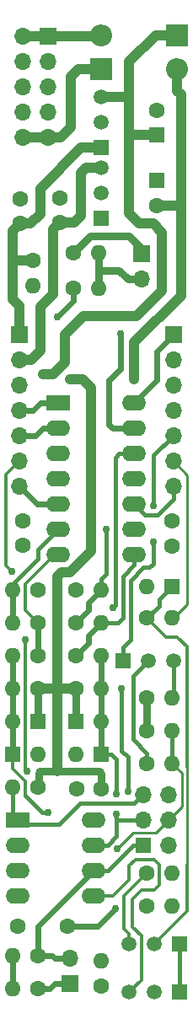
<source format=gbr>
%TF.GenerationSoftware,KiCad,Pcbnew,(5.1.9-0-10_14)*%
%TF.CreationDate,2021-01-17T19:41:15-06:00*%
%TF.ProjectId,JNTUB_board2,4a4e5455-425f-4626-9f61-7264322e6b69,rev?*%
%TF.SameCoordinates,Original*%
%TF.FileFunction,Copper,L2,Bot*%
%TF.FilePolarity,Positive*%
%FSLAX46Y46*%
G04 Gerber Fmt 4.6, Leading zero omitted, Abs format (unit mm)*
G04 Created by KiCad (PCBNEW (5.1.9-0-10_14)) date 2021-01-17 19:41:15*
%MOMM*%
%LPD*%
G01*
G04 APERTURE LIST*
%TA.AperFunction,ComponentPad*%
%ADD10O,1.700000X1.700000*%
%TD*%
%TA.AperFunction,ComponentPad*%
%ADD11R,1.700000X1.700000*%
%TD*%
%TA.AperFunction,ComponentPad*%
%ADD12R,1.600000X1.600000*%
%TD*%
%TA.AperFunction,ComponentPad*%
%ADD13O,1.600000X1.600000*%
%TD*%
%TA.AperFunction,ComponentPad*%
%ADD14C,1.600000*%
%TD*%
%TA.AperFunction,ComponentPad*%
%ADD15C,1.520000*%
%TD*%
%TA.AperFunction,ComponentPad*%
%ADD16R,1.520000X1.520000*%
%TD*%
%TA.AperFunction,ComponentPad*%
%ADD17O,2.200000X2.200000*%
%TD*%
%TA.AperFunction,ComponentPad*%
%ADD18R,2.200000X2.200000*%
%TD*%
%TA.AperFunction,ComponentPad*%
%ADD19O,2.400000X1.600000*%
%TD*%
%TA.AperFunction,ComponentPad*%
%ADD20R,2.400000X1.600000*%
%TD*%
%TA.AperFunction,ViaPad*%
%ADD21C,0.762000*%
%TD*%
%TA.AperFunction,Conductor*%
%ADD22C,1.016000*%
%TD*%
%TA.AperFunction,Conductor*%
%ADD23C,0.762000*%
%TD*%
%TA.AperFunction,Conductor*%
%ADD24C,0.406400*%
%TD*%
%TA.AperFunction,Conductor*%
%ADD25C,0.609600*%
%TD*%
%TA.AperFunction,Conductor*%
%ADD26C,0.304800*%
%TD*%
%TA.AperFunction,Conductor*%
%ADD27C,0.254000*%
%TD*%
%TA.AperFunction,Conductor*%
%ADD28C,0.250000*%
%TD*%
G04 APERTURE END LIST*
D10*
%TO.P,JP2,2*%
%TO.N,/MainBoard/MCU_PWM*%
X203073000Y-152273000D03*
D11*
%TO.P,JP2,1*%
%TO.N,Net-(JP2-Pad1)*%
X203073000Y-154813000D03*
%TD*%
D10*
%TO.P,J10,7*%
%TO.N,/MainBoard/P2_AVG*%
X197993000Y-104902000D03*
%TO.P,J10,6*%
%TO.N,/MainBoard/MCU_ADC3*%
X197993000Y-102362000D03*
%TO.P,J10,5*%
%TO.N,/MainBoard/LED_POS*%
X197993000Y-99822000D03*
%TO.P,J10,4*%
%TO.N,/MainBoard/LED_NEG*%
X197993000Y-97282000D03*
%TO.P,J10,3*%
%TO.N,Net-(J10-Pad3)*%
X197993000Y-94742000D03*
%TO.P,J10,2*%
%TO.N,-5V*%
X197993000Y-92202000D03*
D11*
%TO.P,J10,1*%
%TO.N,+5V*%
X197993000Y-89662000D03*
%TD*%
%TO.P,J11,1*%
%TO.N,/MainBoard/OUT*%
X213487000Y-89662000D03*
D10*
%TO.P,J11,2*%
%TO.N,GNDREF*%
X213487000Y-92202000D03*
%TO.P,J11,3*%
X213487000Y-94742000D03*
%TO.P,J11,4*%
X213487000Y-97282000D03*
%TO.P,J11,5*%
%TO.N,/MainBoard/CLK_LED*%
X213487000Y-99822000D03*
%TO.P,J11,6*%
%TO.N,/MainBoard/CLK_TRG*%
X213487000Y-102362000D03*
%TO.P,J11,7*%
%TO.N,/MainBoard/P1_AVG*%
X213487000Y-104902000D03*
%TD*%
D12*
%TO.P,D1,1*%
%TO.N,+5V*%
X203708000Y-128524000D03*
D13*
%TO.P,D1,2*%
%TO.N,/MainBoard/MCU_ADC1*%
X206248000Y-128524000D03*
%TD*%
D12*
%TO.P,D3,1*%
%TO.N,+5V*%
X199898000Y-128524000D03*
D13*
%TO.P,D3,2*%
%TO.N,/MainBoard/MCU_ADC2*%
X197358000Y-128524000D03*
%TD*%
D12*
%TO.P,D5,1*%
%TO.N,Net-(D5-Pad1)*%
X213360000Y-114935000D03*
D13*
%TO.P,D5,2*%
%TO.N,GNDREF*%
X210820000Y-114935000D03*
%TD*%
D12*
%TO.P,D4,1*%
%TO.N,/MainBoard/MCU_ADC2*%
X197358000Y-131826000D03*
D13*
%TO.P,D4,2*%
%TO.N,GNDREF*%
X199898000Y-131826000D03*
%TD*%
D12*
%TO.P,D2,1*%
%TO.N,/MainBoard/MCU_ADC1*%
X206248000Y-131826000D03*
D13*
%TO.P,D2,2*%
%TO.N,GNDREF*%
X203708000Y-131826000D03*
%TD*%
%TO.P,R24,2*%
%TO.N,Net-(JP1-Pad1)*%
X199390000Y-84709000D03*
D14*
%TO.P,R24,1*%
%TO.N,+5V*%
X199390000Y-82169000D03*
%TD*%
D13*
%TO.P,R2,2*%
%TO.N,/MainBoard/MCU_ADC1*%
X206248000Y-125222000D03*
D14*
%TO.P,R2,1*%
%TO.N,+5V*%
X203708000Y-125222000D03*
%TD*%
D13*
%TO.P,R4,2*%
%TO.N,/MainBoard/MCU_ADC1*%
X206248000Y-121920000D03*
D14*
%TO.P,R4,1*%
%TO.N,Net-(R4-Pad1)*%
X203708000Y-121920000D03*
%TD*%
D13*
%TO.P,R5,2*%
%TO.N,Net-(R5-Pad2)*%
X206248000Y-115316000D03*
D14*
%TO.P,R5,1*%
%TO.N,GNDREF*%
X203708000Y-115316000D03*
%TD*%
D13*
%TO.P,R6,2*%
%TO.N,Net-(R4-Pad1)*%
X206248000Y-118618000D03*
D14*
%TO.P,R6,1*%
%TO.N,Net-(R5-Pad2)*%
X203708000Y-118618000D03*
%TD*%
D13*
%TO.P,R8,2*%
%TO.N,/MainBoard/MCU_ADC2*%
X197358000Y-125222000D03*
D14*
%TO.P,R8,1*%
%TO.N,+5V*%
X199898000Y-125222000D03*
%TD*%
D13*
%TO.P,R10,2*%
%TO.N,/MainBoard/MCU_ADC2*%
X197358000Y-121920000D03*
D14*
%TO.P,R10,1*%
%TO.N,Net-(R10-Pad1)*%
X199898000Y-121920000D03*
%TD*%
D13*
%TO.P,R11,2*%
%TO.N,Net-(R11-Pad2)*%
X197358000Y-115316000D03*
D14*
%TO.P,R11,1*%
%TO.N,GNDREF*%
X199898000Y-115316000D03*
%TD*%
D13*
%TO.P,R12,2*%
%TO.N,Net-(R11-Pad2)*%
X197358000Y-118618000D03*
D14*
%TO.P,R12,1*%
%TO.N,Net-(R10-Pad1)*%
X199898000Y-118618000D03*
%TD*%
D13*
%TO.P,R13,2*%
%TO.N,+5V*%
X213360000Y-143764000D03*
D14*
%TO.P,R13,1*%
%TO.N,Net-(Q1-Pad3)*%
X210820000Y-143764000D03*
%TD*%
D13*
%TO.P,R14,2*%
%TO.N,/MainBoard/MCU_PB0*%
X213360000Y-129413000D03*
D14*
%TO.P,R14,1*%
%TO.N,+5V*%
X210820000Y-129413000D03*
%TD*%
D13*
%TO.P,R16,2*%
%TO.N,/MainBoard/CLK_TRG*%
X213360000Y-118110000D03*
D14*
%TO.P,R16,1*%
%TO.N,Net-(D5-Pad1)*%
X210820000Y-118110000D03*
%TD*%
D13*
%TO.P,R18,2*%
%TO.N,Net-(Q1-Pad1)*%
X213360000Y-147066000D03*
D14*
%TO.P,R18,1*%
%TO.N,GNDREF*%
X210820000Y-147066000D03*
%TD*%
D13*
%TO.P,R19,2*%
%TO.N,Net-(Q3-Pad3)*%
X213360000Y-126111000D03*
D14*
%TO.P,R19,1*%
%TO.N,+5V*%
X210820000Y-126111000D03*
%TD*%
D13*
%TO.P,R20,2*%
%TO.N,/MainBoard/MCU_PB0*%
X213360000Y-132715000D03*
D14*
%TO.P,R20,1*%
%TO.N,Net-(Q3-Pad2)*%
X210820000Y-132715000D03*
%TD*%
D13*
%TO.P,R22,2*%
%TO.N,Net-(C12-Pad1)*%
X197358000Y-152019000D03*
D14*
%TO.P,R22,1*%
%TO.N,/MainBoard/MCU_PWM*%
X199898000Y-152019000D03*
%TD*%
D13*
%TO.P,R23,2*%
%TO.N,/MainBoard/OUT*%
X205994000Y-84963000D03*
D14*
%TO.P,R23,1*%
%TO.N,/MainBoard/LED_POS*%
X203454000Y-84963000D03*
%TD*%
D13*
%TO.P,R25,2*%
%TO.N,/MainBoard/OUT*%
X205994000Y-81407000D03*
D14*
%TO.P,R25,1*%
%TO.N,Net-(JP1-Pad1)*%
X203454000Y-81407000D03*
%TD*%
D13*
%TO.P,R26,2*%
%TO.N,/MainBoard/MCU_RESET*%
X197358000Y-135128000D03*
D14*
%TO.P,R26,1*%
%TO.N,+5V*%
X199898000Y-135128000D03*
%TD*%
D13*
%TO.P,R27,2*%
%TO.N,Net-(C12-Pad1)*%
X197358000Y-155321000D03*
D14*
%TO.P,R27,1*%
%TO.N,Net-(JP2-Pad1)*%
X199898000Y-155321000D03*
%TD*%
D13*
%TO.P,R28,2*%
%TO.N,GNDREF*%
X206248000Y-152527000D03*
D14*
%TO.P,R28,1*%
%TO.N,/MainBoard/MCU_PWM*%
X206248000Y-155067000D03*
%TD*%
D12*
%TO.P,J12,1*%
%TO.N,/MainBoard/MCU_PWM*%
X210439000Y-140970000D03*
D10*
%TO.P,J12,2*%
%TO.N,+5V*%
X212979000Y-140970000D03*
%TO.P,J12,3*%
%TO.N,/MainBoard/MCU_ADC1*%
X210439000Y-138430000D03*
%TO.P,J12,4*%
%TO.N,/MainBoard/MCU_PB0*%
X212979000Y-138430000D03*
%TO.P,J12,5*%
%TO.N,/MainBoard/MCU_RESET*%
X210439000Y-135890000D03*
%TO.P,J12,6*%
%TO.N,GNDREF*%
X212979000Y-135890000D03*
%TD*%
D11*
%TO.P,JP1,1*%
%TO.N,Net-(JP1-Pad1)*%
X210312000Y-81534000D03*
D10*
%TO.P,JP1,2*%
%TO.N,/MainBoard/OUT*%
X210312000Y-84074000D03*
%TD*%
D14*
%TO.P,C12,1*%
%TO.N,Net-(C12-Pad1)*%
X202819000Y-149098000D03*
%TO.P,C12,2*%
%TO.N,GNDREF*%
X197819000Y-149098000D03*
%TD*%
D15*
%TO.P,U3,2*%
%TO.N,GNDREF*%
X206248000Y-68326000D03*
%TO.P,U3,3*%
%TO.N,+12V*%
X206248000Y-65786000D03*
D16*
%TO.P,U3,1*%
%TO.N,+5V*%
X206248000Y-70866000D03*
%TD*%
D15*
%TO.P,U4,2*%
%TO.N,-12V*%
X206248000Y-75438000D03*
%TO.P,U4,3*%
%TO.N,-5V*%
X206248000Y-72898000D03*
D16*
%TO.P,U4,1*%
%TO.N,GNDREF*%
X206248000Y-77978000D03*
%TD*%
D14*
%TO.P,C4,2*%
%TO.N,GNDREF*%
X198120000Y-75986000D03*
%TO.P,C4,1*%
%TO.N,+5V*%
X198120000Y-78486000D03*
%TD*%
%TO.P,C10,2*%
%TO.N,GNDREF*%
X203748000Y-135255000D03*
%TO.P,C10,1*%
%TO.N,+5V*%
X206248000Y-135255000D03*
%TD*%
%TO.P,C9,2*%
%TO.N,-12V*%
X213360000Y-108371000D03*
%TO.P,C9,1*%
%TO.N,GNDREF*%
X213360000Y-110871000D03*
%TD*%
%TO.P,C8,2*%
%TO.N,GNDREF*%
X198374000Y-110831000D03*
%TO.P,C8,1*%
%TO.N,+12V*%
X198374000Y-108331000D03*
%TD*%
%TO.P,C6,2*%
%TO.N,-5V*%
X202057000Y-78420600D03*
%TO.P,C6,1*%
%TO.N,GNDREF*%
X202057000Y-75920600D03*
%TD*%
D17*
%TO.P,D11,2*%
%TO.N,-12V*%
X213868000Y-62992000D03*
D18*
%TO.P,D11,1*%
%TO.N,Net-(D11-Pad1)*%
X206248000Y-62992000D03*
%TD*%
%TO.P,D10,1*%
%TO.N,+12V*%
X213868000Y-59563000D03*
D17*
%TO.P,D10,2*%
%TO.N,Net-(D10-Pad2)*%
X206248000Y-59563000D03*
%TD*%
D12*
%TO.P,C2,1*%
%TO.N,GNDREF*%
X211836000Y-74168000D03*
D14*
%TO.P,C2,2*%
%TO.N,-12V*%
X211836000Y-76668000D03*
%TD*%
D12*
%TO.P,C1,1*%
%TO.N,+12V*%
X211836000Y-69596000D03*
D14*
%TO.P,C1,2*%
%TO.N,GNDREF*%
X211836000Y-67096000D03*
%TD*%
D19*
%TO.P,U2,14*%
%TO.N,/MainBoard/OUT*%
X209550000Y-96520000D03*
%TO.P,U2,7*%
%TO.N,Net-(R10-Pad1)*%
X201930000Y-111760000D03*
%TO.P,U2,13*%
%TO.N,Net-(JP1-Pad1)*%
X209550000Y-99060000D03*
%TO.P,U2,6*%
%TO.N,Net-(R11-Pad2)*%
X201930000Y-109220000D03*
%TO.P,U2,12*%
%TO.N,Net-(C12-Pad1)*%
X209550000Y-101600000D03*
%TO.P,U2,5*%
%TO.N,/MainBoard/P2_AVG*%
X201930000Y-106680000D03*
%TO.P,U2,11*%
%TO.N,-12V*%
X209550000Y-104140000D03*
%TO.P,U2,4*%
%TO.N,+12V*%
X201930000Y-104140000D03*
%TO.P,U2,10*%
%TO.N,/MainBoard/P1_AVG*%
X209550000Y-106680000D03*
%TO.P,U2,3*%
%TO.N,GNDREF*%
X201930000Y-101600000D03*
%TO.P,U2,9*%
%TO.N,Net-(R5-Pad2)*%
X209550000Y-109220000D03*
%TO.P,U2,2*%
%TO.N,/MainBoard/LED_POS*%
X201930000Y-99060000D03*
%TO.P,U2,8*%
%TO.N,Net-(R4-Pad1)*%
X209550000Y-111760000D03*
D20*
%TO.P,U2,1*%
%TO.N,/MainBoard/LED_NEG*%
X201930000Y-96520000D03*
%TD*%
%TO.P,U1,1*%
%TO.N,/MainBoard/MCU_RESET*%
X197866000Y-138430000D03*
D19*
%TO.P,U1,5*%
%TO.N,/MainBoard/MCU_PB0*%
X205486000Y-146050000D03*
%TO.P,U1,2*%
%TO.N,/MainBoard/MCU_ADC3*%
X197866000Y-140970000D03*
%TO.P,U1,6*%
%TO.N,/MainBoard/MCU_PWM*%
X205486000Y-143510000D03*
%TO.P,U1,3*%
%TO.N,/MainBoard/MCU_ADC2*%
X197866000Y-143510000D03*
%TO.P,U1,7*%
%TO.N,/MainBoard/MCU_ADC1*%
X205486000Y-140970000D03*
%TO.P,U1,4*%
%TO.N,GNDREF*%
X197866000Y-146050000D03*
%TO.P,U1,8*%
%TO.N,+5V*%
X205486000Y-138430000D03*
%TD*%
D10*
%TO.P,J9,10*%
%TO.N,Net-(D11-Pad1)*%
X198374000Y-69850000D03*
%TO.P,J9,9*%
X200914000Y-69850000D03*
%TO.P,J9,8*%
%TO.N,GNDREF*%
X198374000Y-67310000D03*
%TO.P,J9,7*%
X200914000Y-67310000D03*
%TO.P,J9,6*%
X198374000Y-64770000D03*
%TO.P,J9,5*%
X200914000Y-64770000D03*
%TO.P,J9,4*%
X198374000Y-62230000D03*
%TO.P,J9,3*%
X200914000Y-62230000D03*
%TO.P,J9,2*%
%TO.N,Net-(D10-Pad2)*%
X198374000Y-59690000D03*
D11*
%TO.P,J9,1*%
X200914000Y-59690000D03*
%TD*%
D15*
%TO.P,Q1,2*%
%TO.N,Net-(D5-Pad1)*%
X211582000Y-150876000D03*
%TO.P,Q1,3*%
%TO.N,Net-(Q1-Pad3)*%
X209042000Y-150876000D03*
D16*
%TO.P,Q1,1*%
%TO.N,Net-(Q1-Pad1)*%
X214122000Y-150876000D03*
%TD*%
D15*
%TO.P,Q2,2*%
%TO.N,Net-(Q1-Pad3)*%
X211582000Y-155702000D03*
%TO.P,Q2,3*%
%TO.N,/MainBoard/MCU_PB0*%
X209042000Y-155702000D03*
D16*
%TO.P,Q2,1*%
%TO.N,Net-(Q1-Pad1)*%
X214122000Y-155702000D03*
%TD*%
D15*
%TO.P,Q3,2*%
%TO.N,Net-(Q3-Pad2)*%
X210947000Y-122453400D03*
%TO.P,Q3,3*%
%TO.N,Net-(Q3-Pad3)*%
X213487000Y-122453400D03*
D16*
%TO.P,Q3,1*%
%TO.N,/MainBoard/CLK_LED*%
X208407000Y-122453400D03*
%TD*%
D21*
%TO.N,+12V*%
X200406000Y-93599000D03*
%TO.N,+5V*%
X203073000Y-94107000D03*
X203708000Y-126873000D03*
%TO.N,-12V*%
X209550000Y-94107000D03*
%TO.N,Net-(C12-Pad1)*%
X207645000Y-147320000D03*
X208918584Y-135547001D03*
X208280000Y-125222000D03*
X207391000Y-117094000D03*
%TO.N,/MainBoard/MCU_ADC2*%
X200914000Y-137668000D03*
%TO.N,/MainBoard/MCU_ADC1*%
X207772000Y-137795000D03*
X207772000Y-135763000D03*
%TO.N,Net-(JP1-Pad1)*%
X208153000Y-89535000D03*
%TO.N,/MainBoard/MCU_PB0*%
X207841882Y-141293882D03*
%TO.N,/MainBoard/MCU_ADC3*%
X198628000Y-120269000D03*
X197231000Y-113411000D03*
X198755000Y-133477000D03*
%TO.N,Net-(R5-Pad2)*%
X206756000Y-109220000D03*
%TO.N,/MainBoard/LED_POS*%
X201803000Y-87884000D03*
%TO.N,/MainBoard/CLK_LED*%
X211516540Y-106872460D03*
X211455000Y-110490000D03*
%TD*%
D22*
%TO.N,+12V*%
X213868000Y-59563000D02*
X213868000Y-59690000D01*
X211582000Y-69596000D02*
X211836000Y-69596000D01*
X209042000Y-62230000D02*
X211709000Y-59563000D01*
X211709000Y-59563000D02*
X213868000Y-59563000D01*
X209042000Y-65786000D02*
X206248000Y-65786000D01*
X209042000Y-65786000D02*
X209042000Y-62230000D01*
X209042000Y-69596000D02*
X211836000Y-69596000D01*
X209042000Y-65786000D02*
X209042000Y-69596000D01*
X201422000Y-93599000D02*
X200406000Y-93599000D01*
X204470000Y-87757000D02*
X202565000Y-89662000D01*
X209804000Y-87757000D02*
X204470000Y-87757000D01*
X212344000Y-85217000D02*
X209804000Y-87757000D01*
X202565000Y-92456000D02*
X201422000Y-93599000D01*
X212344000Y-79375000D02*
X212344000Y-85217000D01*
X210058000Y-78486000D02*
X211455000Y-78486000D01*
X209042000Y-77470000D02*
X210058000Y-78486000D01*
X211455000Y-78486000D02*
X212344000Y-79375000D01*
X202565000Y-89662000D02*
X202565000Y-92456000D01*
X209042000Y-69596000D02*
X209042000Y-77470000D01*
%TO.N,+5V*%
X206248000Y-70866000D02*
X204216000Y-70866000D01*
X204216000Y-70866000D02*
X200113999Y-74968001D01*
X198120000Y-89535000D02*
X197993000Y-89662000D01*
X200113999Y-74968001D02*
X200113999Y-77508001D01*
X199136000Y-78486000D02*
X198120000Y-78486000D01*
X200113999Y-77508001D02*
X199136000Y-78486000D01*
X197993000Y-89662000D02*
X197993000Y-86741000D01*
X197993000Y-86741000D02*
X197358000Y-86106000D01*
X197358000Y-86106000D02*
X197358000Y-84074000D01*
X197358000Y-79248000D02*
X198120000Y-78486000D01*
D23*
X203454000Y-125222000D02*
X203708000Y-125222000D01*
X199898000Y-125222000D02*
X199898000Y-128524000D01*
D24*
X213487000Y-143637000D02*
X213614000Y-143764000D01*
X211074000Y-129286000D02*
X210947000Y-129413000D01*
D23*
X210820000Y-126111000D02*
X210820000Y-129286000D01*
X206248000Y-133731000D02*
X206248000Y-135255000D01*
X199923401Y-133642099D02*
X200025000Y-133540500D01*
X206057500Y-133540500D02*
X206248000Y-133731000D01*
X200025000Y-133540500D02*
X206057500Y-133540500D01*
X199923401Y-135102599D02*
X199923401Y-133642099D01*
X199898000Y-135128000D02*
X199923401Y-135102599D01*
X203708000Y-126873000D02*
X203708000Y-128524000D01*
X203708000Y-125222000D02*
X203708000Y-126873000D01*
D22*
X199898000Y-125222000D02*
X201803000Y-125222000D01*
X201803000Y-133477000D02*
X201803000Y-125222000D01*
X201803000Y-125222000D02*
X203708000Y-125222000D01*
X197358000Y-82169000D02*
X199390000Y-82169000D01*
X197358000Y-84074000D02*
X197358000Y-82169000D01*
X197358000Y-82169000D02*
X197358000Y-79248000D01*
X204343000Y-94107000D02*
X203073000Y-94107000D01*
X203111001Y-113499999D02*
X205232000Y-111379000D01*
X205232000Y-94996000D02*
X204343000Y-94107000D01*
X201803000Y-125222000D02*
X201803000Y-113919000D01*
X205232000Y-111379000D02*
X205232000Y-94996000D01*
X202222001Y-113499999D02*
X203111001Y-113499999D01*
X201803000Y-113919000D02*
X202222001Y-113499999D01*
%TO.N,-12V*%
X213868000Y-65151000D02*
X213868000Y-62992000D01*
X214249000Y-65532000D02*
X213868000Y-65151000D01*
X209550000Y-90424000D02*
X214249000Y-85725000D01*
X209550000Y-94107000D02*
X209550000Y-90424000D01*
X214162000Y-76668000D02*
X214249000Y-76581000D01*
X211836000Y-76668000D02*
X214162000Y-76668000D01*
X214249000Y-76581000D02*
X214249000Y-65532000D01*
X214249000Y-85725000D02*
X214249000Y-76581000D01*
%TO.N,-5V*%
X203519400Y-78420600D02*
X202057000Y-78420600D01*
X204216000Y-73406000D02*
X204216000Y-77724000D01*
X204724000Y-72898000D02*
X204216000Y-73406000D01*
X206248000Y-72898000D02*
X204724000Y-72898000D01*
X204216000Y-77724000D02*
X203519400Y-78420600D01*
X200152000Y-91245081D02*
X199195081Y-92202000D01*
X201422000Y-85598000D02*
X200152000Y-86868000D01*
X200152000Y-86868000D02*
X200152000Y-91245081D01*
X201422000Y-79055600D02*
X201422000Y-85598000D01*
X199195081Y-92202000D02*
X197993000Y-92202000D01*
X202057000Y-78420600D02*
X201422000Y-79055600D01*
D25*
%TO.N,Net-(C12-Pad1)*%
X197358000Y-152019000D02*
X197358000Y-155321000D01*
D24*
X208918584Y-132083584D02*
X208915000Y-132080000D01*
X208918584Y-135547001D02*
X208918584Y-132083584D01*
X208918584Y-132083584D02*
X208280000Y-131445000D01*
X208280000Y-131445000D02*
X208280000Y-125222000D01*
X208026000Y-101600000D02*
X209550000Y-101600000D01*
X207645000Y-101981000D02*
X208026000Y-101600000D01*
X207645000Y-116840000D02*
X207645000Y-101981000D01*
X207391000Y-117094000D02*
X207645000Y-116840000D01*
D25*
X205867000Y-149098000D02*
X207645000Y-147320000D01*
X202819000Y-149098000D02*
X205867000Y-149098000D01*
%TO.N,/MainBoard/MCU_ADC2*%
X197358000Y-122428000D02*
X197358000Y-125730000D01*
X197358000Y-125730000D02*
X197358000Y-129032000D01*
X197358000Y-129032000D02*
X197358000Y-132334000D01*
D26*
X197358000Y-133267342D02*
X197358000Y-131826000D01*
X198640799Y-134550141D02*
X197358000Y-133267342D01*
X198640799Y-135974796D02*
X198640799Y-134550141D01*
D24*
X200334003Y-137668000D02*
X198640799Y-135974796D01*
X200914000Y-137668000D02*
X200334003Y-137668000D01*
D25*
%TO.N,/MainBoard/MCU_ADC1*%
X206248000Y-121920000D02*
X206248000Y-125222000D01*
X206248000Y-125222000D02*
X206248000Y-128524000D01*
X206248000Y-128524000D02*
X206248000Y-131826000D01*
D24*
X205486000Y-140970000D02*
X206883000Y-140970000D01*
X206883000Y-140937042D02*
X207772000Y-140048042D01*
X206883000Y-140970000D02*
X206883000Y-140937042D01*
X207772000Y-138430000D02*
X207772000Y-137795000D01*
X210439000Y-138430000D02*
X207772000Y-138430000D01*
X207772000Y-140048042D02*
X207772000Y-138430000D01*
X207264000Y-131826000D02*
X206248000Y-131826000D01*
X207772000Y-132334000D02*
X207264000Y-131826000D01*
X207772000Y-135763000D02*
X207772000Y-132334000D01*
%TO.N,Net-(D5-Pad1)*%
X212051999Y-116878001D02*
X210820000Y-118110000D01*
X213360000Y-114935000D02*
X212051999Y-116243001D01*
X212051999Y-116243001D02*
X212051999Y-116878001D01*
X211627066Y-150876000D02*
X211582000Y-150876000D01*
D26*
X210820000Y-118110000D02*
X212725000Y-120015000D01*
X212725000Y-120015000D02*
X213868000Y-120015000D01*
X213868000Y-120015000D02*
X214859790Y-121006790D01*
X214859790Y-121006790D02*
X214859790Y-133096000D01*
D27*
X214885190Y-133351190D02*
X214884000Y-142875000D01*
X214859790Y-133325790D02*
X214885190Y-133351190D01*
X214859790Y-133096000D02*
X214859790Y-133325790D01*
D26*
X211582000Y-150876000D02*
X214859790Y-147598210D01*
X214859790Y-147598210D02*
X214859790Y-142875000D01*
D23*
%TO.N,Net-(JP1-Pad1)*%
X209042000Y-79756000D02*
X210312000Y-81026000D01*
X205105000Y-79756000D02*
X209042000Y-79756000D01*
X203454000Y-81407000D02*
X205105000Y-79756000D01*
D25*
X208153000Y-89535000D02*
X208153000Y-93091000D01*
X208153000Y-93091000D02*
X207010000Y-94234000D01*
X207010000Y-94234000D02*
X207010000Y-98679000D01*
X207391000Y-99060000D02*
X209550000Y-99060000D01*
X207010000Y-98679000D02*
X207391000Y-99060000D01*
D26*
%TO.N,Net-(Q1-Pad3)*%
X208534000Y-149352000D02*
X209042000Y-149860000D01*
X209042000Y-149860000D02*
X209042000Y-150876000D01*
X208534000Y-146050000D02*
X208534000Y-149352000D01*
X210820000Y-143764000D02*
X208534000Y-146050000D01*
D24*
%TO.N,Net-(Q1-Pad1)*%
X214122000Y-150876000D02*
X214122000Y-155702000D01*
%TO.N,/MainBoard/MCU_PB0*%
X213360000Y-129413000D02*
X213360000Y-132715000D01*
D26*
X207841882Y-141281118D02*
X207841882Y-141293882D01*
D27*
X213360000Y-132715000D02*
X214326338Y-133681339D01*
X214325914Y-137083086D02*
X212979000Y-138430000D01*
X214326338Y-133681339D02*
X214325914Y-137083086D01*
D26*
X210259201Y-150039799D02*
X210259201Y-154484799D01*
X210309606Y-145415000D02*
X209359599Y-146365007D01*
X211582000Y-145415000D02*
X210309606Y-145415000D01*
X212090000Y-142875000D02*
X212090000Y-144907000D01*
X210259201Y-154484799D02*
X209042000Y-155702000D01*
X209359599Y-149140197D02*
X210259201Y-150039799D01*
X211582000Y-142367000D02*
X212090000Y-142875000D01*
X209359599Y-146365007D02*
X209359599Y-149140197D01*
X209677000Y-142367000D02*
X211582000Y-142367000D01*
X209042000Y-143002000D02*
X209677000Y-142367000D01*
X212090000Y-144907000D02*
X211582000Y-145415000D01*
X205486000Y-146050000D02*
X207391000Y-146050000D01*
X209042000Y-144399000D02*
X209042000Y-143002000D01*
X207391000Y-146050000D02*
X209042000Y-144399000D01*
D27*
X209411199Y-139711801D02*
X207841882Y-141293882D01*
X211697199Y-139711801D02*
X209411199Y-139711801D01*
X212979000Y-138430000D02*
X211697199Y-139711801D01*
D24*
%TO.N,Net-(Q3-Pad2)*%
X210820000Y-131699000D02*
X210820000Y-132715000D01*
X209410399Y-130289399D02*
X210820000Y-131699000D01*
X209410399Y-123964601D02*
X209410399Y-130289399D01*
X210947000Y-122428000D02*
X209410399Y-123964601D01*
%TO.N,Net-(Q3-Pad3)*%
X213487000Y-122428000D02*
X213487000Y-126111000D01*
D25*
%TO.N,Net-(R4-Pad1)*%
X206248000Y-118618000D02*
X204978000Y-119888000D01*
X204978000Y-119888000D02*
X204978000Y-120650000D01*
X204978000Y-120650000D02*
X203708000Y-121920000D01*
D24*
X207899000Y-118618000D02*
X206248000Y-118618000D01*
X208407000Y-113919000D02*
X208407000Y-118110000D01*
X209550000Y-112776000D02*
X208407000Y-113919000D01*
X208407000Y-118110000D02*
X207899000Y-118618000D01*
X209550000Y-111760000D02*
X209550000Y-112776000D01*
D25*
%TO.N,Net-(R10-Pad1)*%
X199898000Y-118618000D02*
X199898000Y-121920000D01*
D26*
X198628000Y-117348000D02*
X199898000Y-118618000D01*
D24*
X201930000Y-111760000D02*
X201530000Y-111760000D01*
D26*
X198628000Y-114681000D02*
X198628000Y-117348000D01*
X201549000Y-111760000D02*
X198628000Y-114681000D01*
X201930000Y-111760000D02*
X201549000Y-111760000D01*
D25*
%TO.N,/MainBoard/MCU_PWM*%
X199898000Y-152019000D02*
X201295000Y-152019000D01*
X201295000Y-152019000D02*
X201549000Y-152273000D01*
X201549000Y-152273000D02*
X203073000Y-152273000D01*
X199898000Y-149098000D02*
X199898000Y-152019000D01*
X205486000Y-143510000D02*
X199898000Y-149098000D01*
D24*
X205486000Y-143510000D02*
X206375000Y-143510000D01*
X205486000Y-143510000D02*
X206883000Y-143510000D01*
X209423000Y-140970000D02*
X210439000Y-140970000D01*
X206883000Y-143510000D02*
X209423000Y-140970000D01*
D22*
%TO.N,Net-(D10-Pad2)*%
X198374000Y-59690000D02*
X200914000Y-59690000D01*
D28*
X206121000Y-59690000D02*
X206248000Y-59563000D01*
D22*
X200914000Y-59690000D02*
X206121000Y-59690000D01*
%TO.N,Net-(D11-Pad1)*%
X198374000Y-69850000D02*
X200914000Y-69850000D01*
X200914000Y-69850000D02*
X202184000Y-69850000D01*
X203200000Y-63754000D02*
X203962000Y-62992000D01*
X203962000Y-62992000D02*
X206248000Y-62992000D01*
X203200000Y-68834000D02*
X203200000Y-63754000D01*
X202184000Y-69850000D02*
X203200000Y-68834000D01*
D26*
%TO.N,/MainBoard/MCU_ADC3*%
X196685799Y-103669201D02*
X197993000Y-102362000D01*
X196685799Y-112865799D02*
X196685799Y-103669201D01*
X197231000Y-113411000D02*
X196685799Y-112865799D01*
X198628000Y-133350000D02*
X198755000Y-133477000D01*
X198628000Y-120269000D02*
X198628000Y-133350000D01*
D25*
%TO.N,/MainBoard/OUT*%
X211824199Y-94245801D02*
X209550000Y-96520000D01*
X211824199Y-91324801D02*
X211824199Y-94245801D01*
X213487000Y-89662000D02*
X211824199Y-91324801D01*
D23*
X210312000Y-84074000D02*
X208915000Y-84074000D01*
X208915000Y-84074000D02*
X208026000Y-83185000D01*
X208026000Y-83185000D02*
X205994000Y-83185000D01*
X205994000Y-83185000D02*
X205994000Y-84963000D01*
X205994000Y-81407000D02*
X205994000Y-83185000D01*
D27*
%TO.N,/MainBoard/CLK_TRG*%
X214884000Y-103759000D02*
X213487000Y-102362000D01*
X214884000Y-116713000D02*
X214884000Y-103759000D01*
X213487000Y-118110000D02*
X214884000Y-116713000D01*
D25*
%TO.N,/MainBoard/P2_AVG*%
X199771000Y-106680000D02*
X201930000Y-106680000D01*
X197993000Y-104902000D02*
X199771000Y-106680000D01*
%TO.N,/MainBoard/P1_AVG*%
X209409143Y-106553000D02*
X209550000Y-106553000D01*
D24*
X213487000Y-106181158D02*
X213487000Y-104902000D01*
X211906697Y-107761461D02*
X213487000Y-106181158D01*
X210631461Y-107761461D02*
X211906697Y-107761461D01*
X209550000Y-106680000D02*
X210631461Y-107761461D01*
D25*
%TO.N,Net-(JP2-Pad1)*%
X201549000Y-154813000D02*
X203073000Y-154813000D01*
X201041000Y-155321000D02*
X201549000Y-154813000D01*
X199898000Y-155321000D02*
X201041000Y-155321000D01*
%TO.N,Net-(R5-Pad2)*%
X206248000Y-115316000D02*
X204978000Y-116586000D01*
X204978000Y-116586000D02*
X204978000Y-117348000D01*
X204978000Y-117348000D02*
X203708000Y-118618000D01*
D24*
X206248000Y-115316000D02*
X206248000Y-114173000D01*
X206756000Y-113665000D02*
X206756000Y-109220000D01*
X206248000Y-114173000D02*
X206756000Y-113665000D01*
%TO.N,Net-(R11-Pad2)*%
X201930000Y-109220000D02*
X199898000Y-111252000D01*
D25*
X197358000Y-115316000D02*
X197358000Y-118618000D01*
D24*
X197358000Y-114692630D02*
X197358000Y-115824000D01*
X199898000Y-111252000D02*
X199898000Y-112152630D01*
X199898000Y-112152630D02*
X199886370Y-112152630D01*
X197358000Y-114681000D02*
X197358000Y-115316000D01*
X199886370Y-112152630D02*
X197358000Y-114681000D01*
%TO.N,/MainBoard/MCU_RESET*%
X197358000Y-137922000D02*
X197866000Y-138430000D01*
X197358000Y-135128000D02*
X197358000Y-137922000D01*
D26*
X210947000Y-135890000D02*
X210947000Y-135636000D01*
D24*
X209562799Y-136766201D02*
X204101799Y-136766201D01*
X210439000Y-135890000D02*
X209562799Y-136766201D01*
X198268198Y-138832198D02*
X197866000Y-138430000D01*
X202035802Y-138832198D02*
X198268198Y-138832198D01*
X204101799Y-136766201D02*
X202035802Y-138832198D01*
D25*
%TO.N,/MainBoard/LED_POS*%
X203454000Y-86233000D02*
X203454000Y-84963000D01*
X201803000Y-87884000D02*
X203454000Y-86233000D01*
X201930000Y-99060000D02*
X200406000Y-99060000D01*
X199644000Y-99822000D02*
X197993000Y-99822000D01*
X200406000Y-99060000D02*
X199644000Y-99822000D01*
%TO.N,/MainBoard/LED_NEG*%
X200787000Y-96520000D02*
X201930000Y-96520000D01*
X201930000Y-96520000D02*
X200152000Y-96520000D01*
X199390000Y-97282000D02*
X197993000Y-97282000D01*
X200152000Y-96520000D02*
X199390000Y-97282000D01*
D24*
%TO.N,/MainBoard/CLK_LED*%
X211516540Y-101792460D02*
X213487000Y-99822000D01*
X211516540Y-106872460D02*
X211516540Y-101792460D01*
X211455000Y-112104805D02*
X211455000Y-110490000D01*
X211074000Y-113030000D02*
X211455000Y-112649000D01*
X209169000Y-120269000D02*
X209169000Y-114349422D01*
X210488422Y-113030000D02*
X211074000Y-113030000D01*
X208407000Y-122428000D02*
X208407000Y-121031000D01*
X209169000Y-114349422D02*
X210488422Y-113030000D01*
X211455000Y-112649000D02*
X211455000Y-112104805D01*
X208407000Y-121031000D02*
X209169000Y-120269000D01*
%TD*%
M02*

</source>
